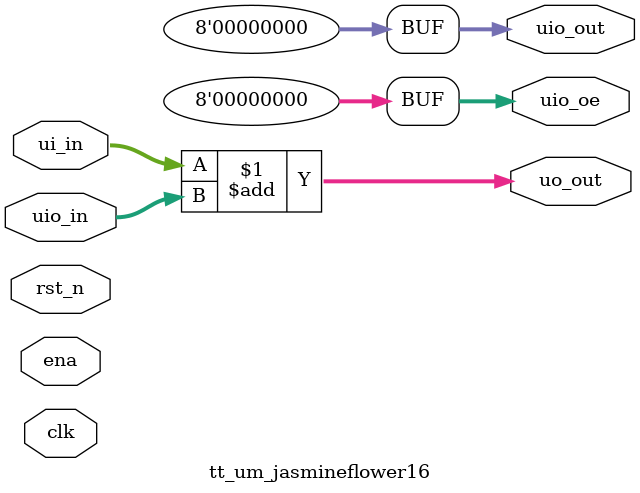
<source format=v>
/*
 * Copyright (c) 2024 Your Name
 * SPDX-License-Identifier: Apache-2.0
 */

`define default_netname none

module tt_um_jasmineflower16 (
    input  wire [7:0] ui_in,    // Dedicated inputs
    output wire [7:0] uo_out,   // Dedicated outputs
    input  wire [7:0] uio_in,   // IOs: Input path
    output wire [7:0] uio_out,  // IOs: Output path
    output wire [7:0] uio_oe,   // IOs: Enable path (active high: 0=input, 1=output)
    input  wire       ena,      // will go high when the design is enabled
    input  wire       clk,      // clock
    input  wire       rst_n     // reset_n - low to reset
);

  // All output pins must be assigned. If not used, assign to 0.
  assign uo_out  = ui_in + uio_in;  // Example: ou_out is the sum of ui_in and uio_in
  assign uio_out = 0;
  assign uio_oe  = 0;

endmodule

</source>
